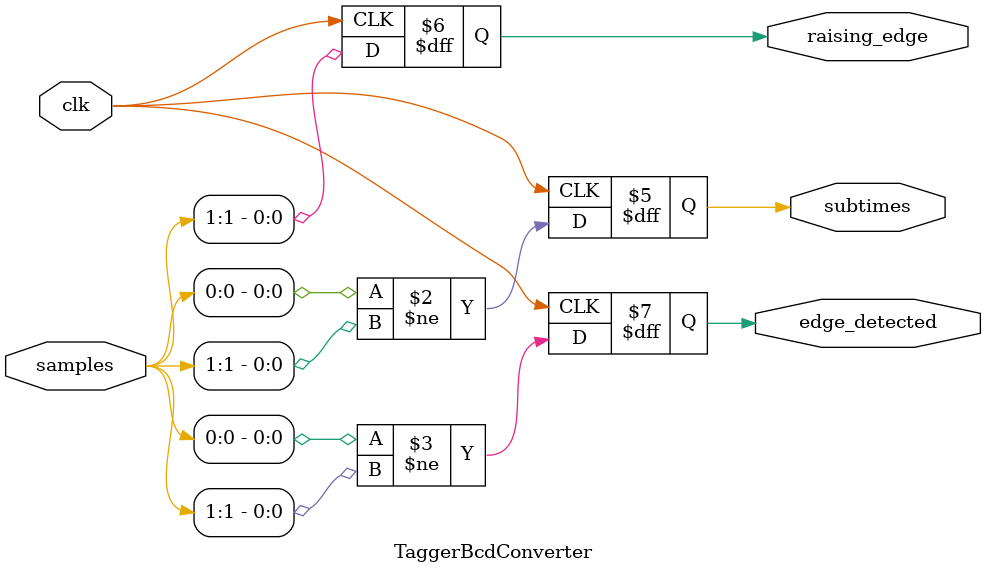
<source format=v>
`timescale 1ns / 1ps
/*
    core of TimeTagger, an OpalKelly based single photon counting library
    Copyright (C) 2011  Markus Wick <wickmarkus@web.de>

    This program is free software; you can redistribute it and/or modify
    it under the terms of the GNU General Public License as published by
    the Free Software Foundation; either version 2 of the License, or
    (at your option) any later version.

    This program is distributed in the hope that it will be useful,
    but WITHOUT ANY WARRANTY; without even the implied warranty of
    MERCHANTABILITY or FITNESS FOR A PARTICULAR PURPOSE.  See the
    GNU General Public License for more details.

    You should have received a copy of the GNU General Public License along
    with this program; if not, write to the Free Software Foundation, Inc.,
    51 Franklin Street, Fifth Floor, Boston, MA 02110-1301 USA.
*/
//////////////////////////////////////////////////////////////////////////////////
// converting lots of samples in BCD
// if more than one edge was found, only
// the newest will be returned
// Warning: this is a recursiv algorithm
//////////////////////////////////////////////////////////////////////////////////
module TaggerBcdConverter #(parameter BITS=1) (
	input  wire							clk,
	input  wire	[(1<<BITS)-1:0] 	samples,
   output reg  [BITS-1:0] 			subtimes,
	output reg  						raising_edge,
	output reg	 						edge_detected
);

parameter NEWBITS = BITS-1;

initial begin
	subtimes <= 0;
	raising_edge <= 0;
	edge_detected <= 0;
end

generate
	if(BITS == 1) begin
		// exit condition: for two samples
		always @(posedge clk) begin
			subtimes[0]   <= samples[0] != samples[1];
			raising_edge  <= samples[1];
			edge_detected <= samples[0] != samples[1];
		end
	end else  if(BITS == 2) begin
		// exit condition: for four samples
		// more complex, but needs less luts/ff
		always @(posedge clk) begin
			subtimes[0]   <= samples[3]^samples[2] || ((samples[1]==samples[2]) && (samples[0]!=samples[1]));
			subtimes[1]   <= samples[3]^samples[2] || samples[2]^samples[1];
			
			raising_edge  <= samples[3];
			
			// not all the same
			edge_detected <= (samples[0] || samples[1] || samples[2] || samples[3]) && !(samples[0] && samples[1] && samples[2] && samples[3]);
		end
	end else begin
	   wire [NEWBITS-1:0] 	subtimes_0;
		wire [NEWBITS-1:0] 	subtimes_1;
		wire       				raising_edge_0;
		wire      				raising_edge_1;
		wire      				edge_detected_0;
		wire       				edge_detected_1;
		
		TaggerBcdConverter #(.BITS(NEWBITS)) tagger_bcd_converter_0 (
			 .clk(clk), 
			 .samples(samples[(1<<NEWBITS)-1:0]), 
			 .subtimes(subtimes_0), 
			 .raising_edge(raising_edge_0), 
			 .edge_detected(edge_detected_0)
		);
		TaggerBcdConverter #(.BITS(NEWBITS)) tagger_bcd_converter_1 (
			 .clk(clk), 
			 .samples(samples[(1<<BITS)-1:(1<<NEWBITS)]), 
			 .subtimes(subtimes_1), 
			 .raising_edge(raising_edge_1), 
			 .edge_detected(edge_detected_1)
		);		
		always @(posedge clk) begin
         // edge detected in the later part		
			if(edge_detected_1) begin 
				subtimes      <= {1'b1, subtimes_1};
				raising_edge  <= raising_edge_1;
				edge_detected <= 1;
				
			// different values between both parts
			end else if(raising_edge_0!=raising_edge_1) begin
				subtimes      <= {1'b1, subtimes_1};
				raising_edge  <= raising_edge_1;
				edge_detected <= 1;
				
			// edge detected in the earlier part
			end else if(edge_detected_0) begin
				subtimes      <= {1'b0, subtimes_0};
				raising_edge  <= raising_edge_0;
				edge_detected <= 1;
				
			// no edge deteced
			end else begin
				subtimes      <= 0;
				raising_edge  <= raising_edge_1; // must be this, for check for changes between intervals
				edge_detected <= 0;
			end
		end
	end
endgenerate


endmodule

</source>
